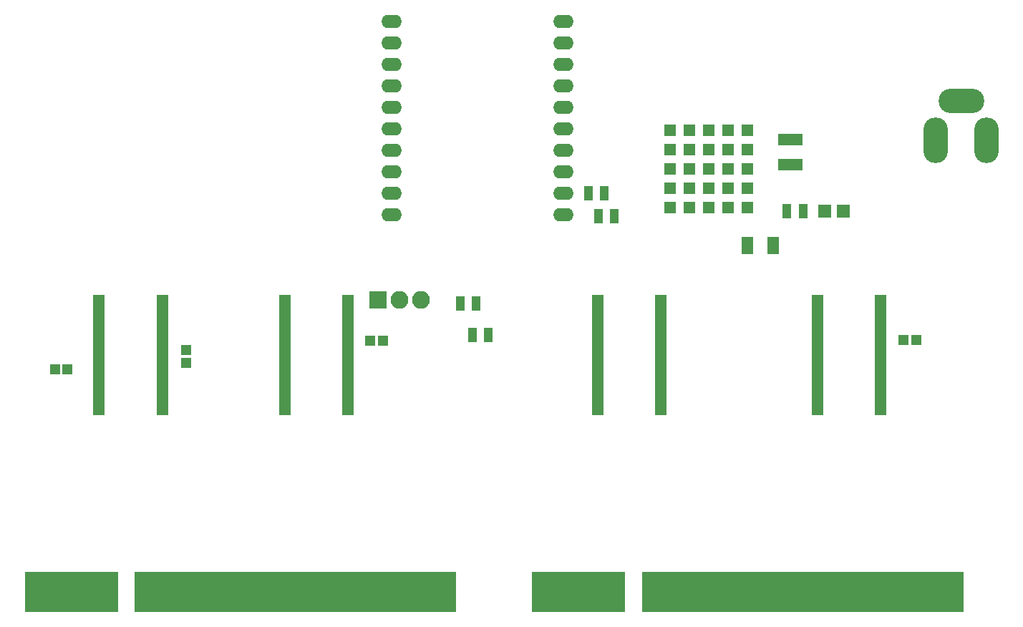
<source format=gbr>
G04 #@! TF.GenerationSoftware,KiCad,Pcbnew,(5.0.0)*
G04 #@! TF.CreationDate,2018-10-29T19:26:44-07:00*
G04 #@! TF.ProjectId,tester_v2,7465737465725F76322E6B696361645F,rev?*
G04 #@! TF.SameCoordinates,Original*
G04 #@! TF.FileFunction,Soldermask,Top*
G04 #@! TF.FilePolarity,Negative*
%FSLAX46Y46*%
G04 Gerber Fmt 4.6, Leading zero omitted, Abs format (unit mm)*
G04 Created by KiCad (PCBNEW (5.0.0)) date 10/29/18 19:26:44*
%MOMM*%
%LPD*%
G01*
G04 APERTURE LIST*
%ADD10O,2.400000X1.600000*%
%ADD11R,1.466800X1.466800*%
%ADD12R,2.900000X1.400000*%
%ADD13R,1.400000X2.000000*%
%ADD14R,1.150000X1.200000*%
%ADD15R,1.200000X1.150000*%
%ADD16R,1.600000X1.600000*%
%ADD17O,2.900000X5.400000*%
%ADD18O,5.400000X2.900000*%
%ADD19O,2.100000X2.100000*%
%ADD20R,2.100000X2.100000*%
%ADD21R,1.100000X4.800000*%
%ADD22R,1.100000X1.700000*%
%ADD23R,1.400000X0.685000*%
G04 APERTURE END LIST*
D10*
G04 #@! TO.C,A1*
X145160000Y-68570000D03*
X124840000Y-68570000D03*
X145160000Y-71110000D03*
X124840000Y-71110000D03*
X145160000Y-73650000D03*
X124840000Y-73650000D03*
X145160000Y-76190000D03*
X124840000Y-76190000D03*
X145160000Y-78730000D03*
X124840000Y-78730000D03*
X145160000Y-81270000D03*
X124840000Y-81270000D03*
X145160000Y-83810000D03*
X124840000Y-83810000D03*
X145160000Y-86350000D03*
X124840000Y-86350000D03*
X145160000Y-88890000D03*
X124840000Y-88890000D03*
X145160000Y-91430000D03*
X124840000Y-91430000D03*
G04 #@! TD*
D11*
G04 #@! TO.C,A2*
X162428000Y-86000000D03*
X162428000Y-88286000D03*
X162428000Y-90572000D03*
X162428000Y-81428000D03*
X162428000Y-83714000D03*
X164714000Y-86000000D03*
X164714000Y-88286000D03*
X164714000Y-90572000D03*
X164714000Y-81428000D03*
X164714000Y-83714000D03*
X167000000Y-90572000D03*
X167000000Y-88286000D03*
X167000000Y-83714000D03*
X167000000Y-86000000D03*
X167000000Y-81428000D03*
X157856000Y-90572000D03*
X157856000Y-88286000D03*
X157856000Y-83714000D03*
X157856000Y-86000000D03*
X157856000Y-81428000D03*
X160142000Y-81428000D03*
X160142000Y-83714000D03*
X160142000Y-88286000D03*
X160142000Y-86000000D03*
X160142000Y-90572000D03*
G04 #@! TD*
D12*
G04 #@! TO.C,C1*
X172000000Y-85500000D03*
X172000000Y-82500000D03*
G04 #@! TD*
D13*
G04 #@! TO.C,C2*
X170000000Y-95000000D03*
X167000000Y-95000000D03*
G04 #@! TD*
D14*
G04 #@! TO.C,C4*
X100550000Y-107400000D03*
X100550000Y-108900000D03*
G04 #@! TD*
D15*
G04 #@! TO.C,C5*
X185400000Y-106200000D03*
X186900000Y-106200000D03*
G04 #@! TD*
D16*
G04 #@! TO.C,D1*
X178300000Y-91000000D03*
X176100000Y-91000000D03*
G04 #@! TD*
D17*
G04 #@! TO.C,J1*
X189250000Y-82600000D03*
X195250000Y-82600000D03*
D18*
X192250000Y-77900000D03*
G04 #@! TD*
D19*
G04 #@! TO.C,J2*
X128330000Y-101450000D03*
X125790000Y-101450000D03*
D20*
X123250000Y-101450000D03*
G04 #@! TD*
D21*
G04 #@! TO.C,P1*
X82000000Y-136000000D03*
X83000000Y-136000000D03*
X84000000Y-136000000D03*
X85000000Y-136000000D03*
X86000000Y-136000000D03*
X87000000Y-136000000D03*
X88000000Y-136000000D03*
X89000000Y-136000000D03*
X90000000Y-136000000D03*
X91000000Y-136000000D03*
X92000000Y-136000000D03*
X95000000Y-136000000D03*
X96000000Y-136000000D03*
X97000000Y-136000000D03*
X98000000Y-136000000D03*
X99000000Y-136000000D03*
X100000000Y-136000000D03*
X101000000Y-136000000D03*
X102000000Y-136000000D03*
X103000000Y-136000000D03*
X104000000Y-136000000D03*
X105000000Y-136000000D03*
X106000000Y-136000000D03*
X107000000Y-136000000D03*
X108000000Y-136000000D03*
X109000000Y-136000000D03*
X110000000Y-136000000D03*
X111000000Y-136000000D03*
X112000000Y-136000000D03*
X113000000Y-136000000D03*
X114000000Y-136000000D03*
X115000000Y-136000000D03*
X116000000Y-136000000D03*
X117000000Y-136000000D03*
X118000000Y-136000000D03*
X119000000Y-136000000D03*
X120000000Y-136000000D03*
X121000000Y-136000000D03*
X122000000Y-136000000D03*
X123000000Y-136000000D03*
X124000000Y-136000000D03*
X125000000Y-136000000D03*
X126000000Y-136000000D03*
X127000000Y-136000000D03*
X128000000Y-136000000D03*
X129000000Y-136000000D03*
X130000000Y-136000000D03*
X131000000Y-136000000D03*
X132000000Y-136000000D03*
X142000000Y-136000000D03*
X155000000Y-136000000D03*
X143000000Y-136000000D03*
X144000000Y-136000000D03*
X145000000Y-136000000D03*
X146000000Y-136000000D03*
X147000000Y-136000000D03*
X148000000Y-136000000D03*
X149000000Y-136000000D03*
X150000000Y-136000000D03*
X151000000Y-136000000D03*
X152000000Y-136000000D03*
X156000000Y-136000000D03*
X157000000Y-136000000D03*
X158000000Y-136000000D03*
X159000000Y-136000000D03*
X160000000Y-136000000D03*
X161000000Y-136000000D03*
X162000000Y-136000000D03*
X163000000Y-136000000D03*
X164000000Y-136000000D03*
X165000000Y-136000000D03*
X166000000Y-136000000D03*
X167000000Y-136000000D03*
X168000000Y-136000000D03*
X169000000Y-136000000D03*
X170000000Y-136000000D03*
X171000000Y-136000000D03*
X172000000Y-136000000D03*
X173000000Y-136000000D03*
X174000000Y-136000000D03*
X175000000Y-136000000D03*
X176000000Y-136000000D03*
X177000000Y-136000000D03*
X178000000Y-136000000D03*
X179000000Y-136000000D03*
X180000000Y-136000000D03*
X181000000Y-136000000D03*
X182000000Y-136000000D03*
X183000000Y-136000000D03*
X184000000Y-136000000D03*
X185000000Y-136000000D03*
X186000000Y-136000000D03*
X187000000Y-136000000D03*
X188000000Y-136000000D03*
X189000000Y-136000000D03*
X190000000Y-136000000D03*
X191000000Y-136000000D03*
X192000000Y-136000000D03*
G04 #@! TD*
D22*
G04 #@! TO.C,R1*
X148150000Y-88850000D03*
X150050000Y-88850000D03*
G04 #@! TD*
G04 #@! TO.C,R2*
X149350000Y-91600000D03*
X151250000Y-91600000D03*
G04 #@! TD*
G04 #@! TO.C,R3*
X133000000Y-101900000D03*
X134900000Y-101900000D03*
G04 #@! TD*
G04 #@! TO.C,R4*
X136350000Y-105650000D03*
X134450000Y-105650000D03*
G04 #@! TD*
G04 #@! TO.C,R5*
X171650000Y-91000000D03*
X173550000Y-91000000D03*
G04 #@! TD*
D23*
G04 #@! TO.C,U1*
X156750000Y-114750000D03*
X156750000Y-114250000D03*
X156750000Y-113750000D03*
X156750000Y-113250000D03*
X156750000Y-112750000D03*
X156750000Y-112250000D03*
X156750000Y-111750000D03*
X156750000Y-111250000D03*
X156750000Y-110750000D03*
X156750000Y-110250000D03*
X156750000Y-109750000D03*
X156750000Y-109250000D03*
X156750000Y-108750000D03*
X156750000Y-108250000D03*
X156750000Y-107750000D03*
X156750000Y-107250000D03*
X156750000Y-106750000D03*
X156750000Y-106250000D03*
X156750000Y-105750000D03*
X156750000Y-105250000D03*
X156750000Y-104750000D03*
X156750000Y-104250000D03*
X156750000Y-103750000D03*
X156750000Y-103250000D03*
X156750000Y-102750000D03*
X156750000Y-102250000D03*
X156750000Y-101750000D03*
X156750000Y-101250000D03*
X149250000Y-101250000D03*
X149250000Y-101750000D03*
X149250000Y-102250000D03*
X149250000Y-102750000D03*
X149250000Y-103250000D03*
X149250000Y-103750000D03*
X149250000Y-104250000D03*
X149250000Y-104750000D03*
X149250000Y-105250000D03*
X149250000Y-105750000D03*
X149250000Y-106250000D03*
X149250000Y-106750000D03*
X149250000Y-107250000D03*
X149250000Y-107750000D03*
X149250000Y-108250000D03*
X149250000Y-108750000D03*
X149250000Y-109250000D03*
X149250000Y-109750000D03*
X149250000Y-110250000D03*
X149250000Y-110750000D03*
X149250000Y-111250000D03*
X149250000Y-111750000D03*
X149250000Y-112250000D03*
X149250000Y-112750000D03*
X149250000Y-113250000D03*
X149250000Y-113750000D03*
X149250000Y-114250000D03*
X149250000Y-114750000D03*
G04 #@! TD*
G04 #@! TO.C,U2*
X175250000Y-114750000D03*
X175250000Y-114250000D03*
X175250000Y-113750000D03*
X175250000Y-113250000D03*
X175250000Y-112750000D03*
X175250000Y-112250000D03*
X175250000Y-111750000D03*
X175250000Y-111250000D03*
X175250000Y-110750000D03*
X175250000Y-110250000D03*
X175250000Y-109750000D03*
X175250000Y-109250000D03*
X175250000Y-108750000D03*
X175250000Y-108250000D03*
X175250000Y-107750000D03*
X175250000Y-107250000D03*
X175250000Y-106750000D03*
X175250000Y-106250000D03*
X175250000Y-105750000D03*
X175250000Y-105250000D03*
X175250000Y-104750000D03*
X175250000Y-104250000D03*
X175250000Y-103750000D03*
X175250000Y-103250000D03*
X175250000Y-102750000D03*
X175250000Y-102250000D03*
X175250000Y-101750000D03*
X175250000Y-101250000D03*
X182750000Y-101250000D03*
X182750000Y-101750000D03*
X182750000Y-102250000D03*
X182750000Y-102750000D03*
X182750000Y-103250000D03*
X182750000Y-103750000D03*
X182750000Y-104250000D03*
X182750000Y-104750000D03*
X182750000Y-105250000D03*
X182750000Y-105750000D03*
X182750000Y-106250000D03*
X182750000Y-106750000D03*
X182750000Y-107250000D03*
X182750000Y-107750000D03*
X182750000Y-108250000D03*
X182750000Y-108750000D03*
X182750000Y-109250000D03*
X182750000Y-109750000D03*
X182750000Y-110250000D03*
X182750000Y-110750000D03*
X182750000Y-111250000D03*
X182750000Y-111750000D03*
X182750000Y-112250000D03*
X182750000Y-112750000D03*
X182750000Y-113250000D03*
X182750000Y-113750000D03*
X182750000Y-114250000D03*
X182750000Y-114750000D03*
G04 #@! TD*
G04 #@! TO.C,U3*
X97750000Y-114750000D03*
X97750000Y-114250000D03*
X97750000Y-113750000D03*
X97750000Y-113250000D03*
X97750000Y-112750000D03*
X97750000Y-112250000D03*
X97750000Y-111750000D03*
X97750000Y-111250000D03*
X97750000Y-110750000D03*
X97750000Y-110250000D03*
X97750000Y-109750000D03*
X97750000Y-109250000D03*
X97750000Y-108750000D03*
X97750000Y-108250000D03*
X97750000Y-107750000D03*
X97750000Y-107250000D03*
X97750000Y-106750000D03*
X97750000Y-106250000D03*
X97750000Y-105750000D03*
X97750000Y-105250000D03*
X97750000Y-104750000D03*
X97750000Y-104250000D03*
X97750000Y-103750000D03*
X97750000Y-103250000D03*
X97750000Y-102750000D03*
X97750000Y-102250000D03*
X97750000Y-101750000D03*
X97750000Y-101250000D03*
X90250000Y-101250000D03*
X90250000Y-101750000D03*
X90250000Y-102250000D03*
X90250000Y-102750000D03*
X90250000Y-103250000D03*
X90250000Y-103750000D03*
X90250000Y-104250000D03*
X90250000Y-104750000D03*
X90250000Y-105250000D03*
X90250000Y-105750000D03*
X90250000Y-106250000D03*
X90250000Y-106750000D03*
X90250000Y-107250000D03*
X90250000Y-107750000D03*
X90250000Y-108250000D03*
X90250000Y-108750000D03*
X90250000Y-109250000D03*
X90250000Y-109750000D03*
X90250000Y-110250000D03*
X90250000Y-110750000D03*
X90250000Y-111250000D03*
X90250000Y-111750000D03*
X90250000Y-112250000D03*
X90250000Y-112750000D03*
X90250000Y-113250000D03*
X90250000Y-113750000D03*
X90250000Y-114250000D03*
X90250000Y-114750000D03*
G04 #@! TD*
G04 #@! TO.C,U4*
X112250000Y-114750000D03*
X112250000Y-114250000D03*
X112250000Y-113750000D03*
X112250000Y-113250000D03*
X112250000Y-112750000D03*
X112250000Y-112250000D03*
X112250000Y-111750000D03*
X112250000Y-111250000D03*
X112250000Y-110750000D03*
X112250000Y-110250000D03*
X112250000Y-109750000D03*
X112250000Y-109250000D03*
X112250000Y-108750000D03*
X112250000Y-108250000D03*
X112250000Y-107750000D03*
X112250000Y-107250000D03*
X112250000Y-106750000D03*
X112250000Y-106250000D03*
X112250000Y-105750000D03*
X112250000Y-105250000D03*
X112250000Y-104750000D03*
X112250000Y-104250000D03*
X112250000Y-103750000D03*
X112250000Y-103250000D03*
X112250000Y-102750000D03*
X112250000Y-102250000D03*
X112250000Y-101750000D03*
X112250000Y-101250000D03*
X119750000Y-101250000D03*
X119750000Y-101750000D03*
X119750000Y-102250000D03*
X119750000Y-102750000D03*
X119750000Y-103250000D03*
X119750000Y-103750000D03*
X119750000Y-104250000D03*
X119750000Y-104750000D03*
X119750000Y-105250000D03*
X119750000Y-105750000D03*
X119750000Y-106250000D03*
X119750000Y-106750000D03*
X119750000Y-107250000D03*
X119750000Y-107750000D03*
X119750000Y-108250000D03*
X119750000Y-108750000D03*
X119750000Y-109250000D03*
X119750000Y-109750000D03*
X119750000Y-110250000D03*
X119750000Y-110750000D03*
X119750000Y-111250000D03*
X119750000Y-111750000D03*
X119750000Y-112250000D03*
X119750000Y-112750000D03*
X119750000Y-113250000D03*
X119750000Y-113750000D03*
X119750000Y-114250000D03*
X119750000Y-114750000D03*
G04 #@! TD*
D15*
G04 #@! TO.C,C3*
X86550000Y-109650000D03*
X85050000Y-109650000D03*
G04 #@! TD*
G04 #@! TO.C,C8*
X122350000Y-106300000D03*
X123850000Y-106300000D03*
G04 #@! TD*
M02*

</source>
